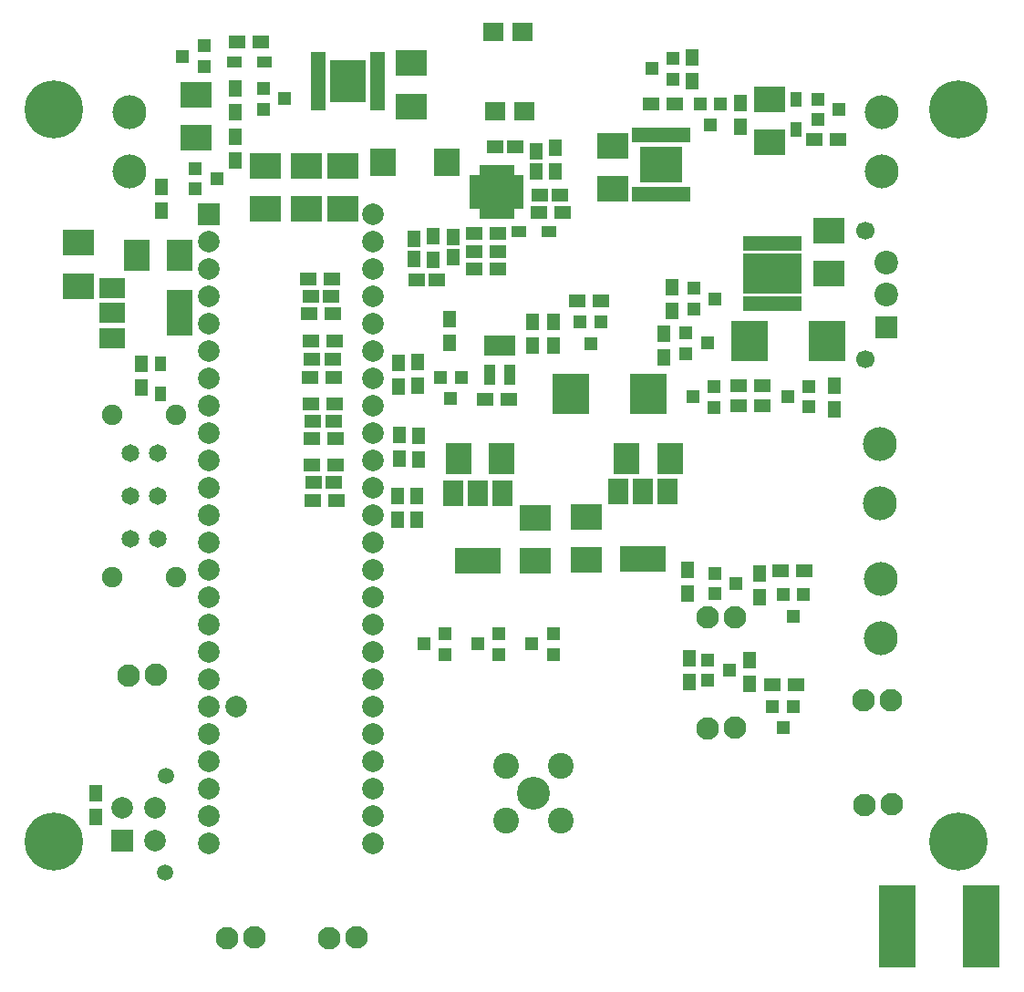
<source format=gbr>
G04 #@! TF.GenerationSoftware,KiCad,Pcbnew,(2017-07-31 revision 67ae5935d)-makepkg*
G04 #@! TF.CreationDate,2018-05-29T16:44:51-04:00*
G04 #@! TF.ProjectId,MainboardRev1,4D61696E626F617264526576312E6B69,rev?*
G04 #@! TF.SameCoordinates,Original*
G04 #@! TF.FileFunction,Soldermask,Bot*
G04 #@! TF.FilePolarity,Negative*
%FSLAX46Y46*%
G04 Gerber Fmt 4.6, Leading zero omitted, Abs format (unit mm)*
G04 Created by KiCad (PCBNEW (2017-07-31 revision 67ae5935d)-makepkg) date 05/29/18 16:44:51*
%MOMM*%
%LPD*%
G01*
G04 APERTURE LIST*
%ADD10R,1.000000X1.400000*%
%ADD11R,1.450000X0.850000*%
%ADD12R,1.870000X1.295000*%
%ADD13R,2.900000X2.400000*%
%ADD14R,1.150000X1.600000*%
%ADD15R,1.600000X1.150000*%
%ADD16R,1.400000X1.000000*%
%ADD17R,3.400000X3.700000*%
%ADD18C,3.150000*%
%ADD19C,1.700000*%
%ADD20R,2.000000X2.000000*%
%ADD21C,2.200000*%
%ADD22C,1.500000*%
%ADD23C,2.000000*%
%ADD24R,2.400000X2.600000*%
%ADD25R,1.300000X1.200000*%
%ADD26R,1.200000X1.300000*%
%ADD27R,1.600000X1.300000*%
%ADD28R,1.300000X1.600000*%
%ADD29R,1.900000X1.700000*%
%ADD30R,1.050000X1.960000*%
%ADD31R,0.700000X1.150000*%
%ADD32R,1.150000X0.700000*%
%ADD33R,2.850000X2.850000*%
%ADD34R,3.400000X2.650000*%
%ADD35R,0.850000X1.450000*%
%ADD36R,1.295000X1.870000*%
%ADD37R,5.400000X3.800000*%
%ADD38C,5.400000*%
%ADD39R,2.400000X2.900000*%
%ADD40R,4.200000X2.400000*%
%ADD41R,1.900000X2.400000*%
%ADD42R,2.400000X4.200000*%
%ADD43R,2.400000X1.900000*%
%ADD44C,1.650000*%
%ADD45C,1.900000*%
%ADD46C,2.100000*%
%ADD47C,3.050000*%
%ADD48C,2.400000*%
G04 APERTURE END LIST*
D10*
X63930000Y-85590000D03*
X63930000Y-88390000D03*
D11*
X78565000Y-61655000D03*
X78565000Y-61005000D03*
X78565000Y-60355000D03*
X78565000Y-59705000D03*
X78565000Y-59055000D03*
X78565000Y-58405000D03*
X78565000Y-57755000D03*
X78565000Y-57105000D03*
X84115000Y-57105000D03*
X84115000Y-57755000D03*
X84115000Y-58405000D03*
X84115000Y-59055000D03*
X84115000Y-59705000D03*
X84115000Y-60355000D03*
X84115000Y-61005000D03*
X84115000Y-61655000D03*
D12*
X82075000Y-58037500D03*
X82075000Y-58932500D03*
X82075000Y-59827500D03*
X82075000Y-60722500D03*
X80605000Y-58037500D03*
X80605000Y-58932500D03*
X80605000Y-59827500D03*
X80605000Y-60722500D03*
D13*
X67250000Y-60640000D03*
X67250000Y-64640000D03*
X120510000Y-61020000D03*
X120510000Y-65020000D03*
D14*
X91150000Y-73800000D03*
X91150000Y-75700000D03*
X98820000Y-65880000D03*
X98820000Y-67780000D03*
D15*
X96880000Y-65430000D03*
X94980000Y-65430000D03*
D14*
X87480000Y-73985000D03*
X87480000Y-75885000D03*
D15*
X89625000Y-77850000D03*
X87725000Y-77850000D03*
D13*
X77500000Y-67250000D03*
X77500000Y-71250000D03*
D15*
X78160000Y-96640000D03*
X80060000Y-96640000D03*
X78010000Y-85190000D03*
X79910000Y-85190000D03*
X78090000Y-90930000D03*
X79990000Y-90930000D03*
X77870000Y-79340000D03*
X79770000Y-79340000D03*
D16*
X70830000Y-57600000D03*
X73630000Y-57600000D03*
D10*
X122940000Y-61040000D03*
X122940000Y-63840000D03*
D16*
X100000000Y-73340000D03*
X97200000Y-73340000D03*
D17*
X102060000Y-88430000D03*
X109260000Y-88430000D03*
X118660000Y-83460000D03*
X125860000Y-83460000D03*
D18*
X61100000Y-67750000D03*
X61100000Y-62250000D03*
X130900000Y-67750000D03*
X130900000Y-62250000D03*
D19*
X129410000Y-85200000D03*
D20*
X131370000Y-82200000D03*
D21*
X131370000Y-79200000D03*
D19*
X129410000Y-73200000D03*
D21*
X131370000Y-76200000D03*
D18*
X130730000Y-98560000D03*
X130730000Y-93060000D03*
X130830000Y-111070000D03*
X130830000Y-105570000D03*
D22*
X64410000Y-123870000D03*
D20*
X60410000Y-129870000D03*
D23*
X60410000Y-126870000D03*
X63410000Y-129870000D03*
X63410000Y-126870000D03*
D22*
X64350000Y-132870000D03*
D24*
X90490000Y-66860000D03*
X84590000Y-66860000D03*
D25*
X67970000Y-56080000D03*
X67970000Y-57980000D03*
X65970000Y-57030000D03*
X124940000Y-62940000D03*
X124940000Y-61040000D03*
X126940000Y-61990000D03*
X73490000Y-61940000D03*
X73490000Y-60040000D03*
X75490000Y-60990000D03*
D26*
X114060000Y-61460000D03*
X115960000Y-61460000D03*
X115010000Y-63460000D03*
D25*
X67193200Y-69379000D03*
X67193200Y-67479000D03*
X69193200Y-68429000D03*
X111550000Y-57250000D03*
X111550000Y-59150000D03*
X109550000Y-58200000D03*
D26*
X89940000Y-86860000D03*
X91840000Y-86860000D03*
X90890000Y-88860000D03*
X102910000Y-81720000D03*
X104810000Y-81720000D03*
X103860000Y-83720000D03*
D25*
X115350000Y-87730000D03*
X115350000Y-89630000D03*
X113350000Y-88680000D03*
X124150000Y-87720000D03*
X124150000Y-89620000D03*
X122150000Y-88670000D03*
X95390000Y-110680000D03*
X95390000Y-112580000D03*
X93390000Y-111630000D03*
X90390000Y-110680000D03*
X90390000Y-112580000D03*
X88390000Y-111630000D03*
X100390000Y-110680000D03*
X100390000Y-112580000D03*
X98390000Y-111630000D03*
X113440000Y-80500000D03*
X113440000Y-78600000D03*
X115440000Y-79550000D03*
X112740000Y-84630000D03*
X112740000Y-82730000D03*
X114740000Y-83680000D03*
D27*
X71090000Y-55700000D03*
X73290000Y-55700000D03*
X124630000Y-64760000D03*
X126830000Y-64760000D03*
D28*
X98510000Y-81720000D03*
X98510000Y-83920000D03*
X100440000Y-83880000D03*
X100440000Y-81680000D03*
X100600000Y-67750000D03*
X100600000Y-65550000D03*
X70860000Y-60030000D03*
X70860000Y-62230000D03*
D27*
X99090000Y-71530000D03*
X101290000Y-71530000D03*
D28*
X117800000Y-61380000D03*
X117800000Y-63580000D03*
X90780000Y-81420000D03*
X90780000Y-83620000D03*
X70860000Y-64560400D03*
X70860000Y-66760400D03*
D27*
X111720000Y-61460000D03*
X109520000Y-61460000D03*
D28*
X64010000Y-71390000D03*
X64010000Y-69190000D03*
X113320000Y-57120000D03*
X113320000Y-59320000D03*
D27*
X96290000Y-88910000D03*
X94090000Y-88910000D03*
D28*
X89280000Y-75975000D03*
X89280000Y-73775000D03*
D27*
X104870000Y-79800000D03*
X102670000Y-79800000D03*
X93100000Y-73535000D03*
X95300000Y-73535000D03*
X95300000Y-75175000D03*
X93100000Y-75175000D03*
X93100000Y-76800000D03*
X95300000Y-76800000D03*
X119810000Y-89530000D03*
X117610000Y-89530000D03*
X117650000Y-87620000D03*
X119850000Y-87620000D03*
D28*
X126510000Y-87630000D03*
X126510000Y-89830000D03*
D29*
X97523080Y-54814600D03*
X94823080Y-54814600D03*
X97720000Y-62140000D03*
X95020000Y-62140000D03*
D28*
X62180000Y-85620000D03*
X62180000Y-87820000D03*
X111460000Y-78450000D03*
X111460000Y-80650000D03*
X110660000Y-85040000D03*
X110660000Y-82840000D03*
X85970000Y-100060000D03*
X85970000Y-97860000D03*
X87730000Y-97840000D03*
X87730000Y-100040000D03*
X86150000Y-92240000D03*
X86150000Y-94440000D03*
X87870000Y-94470000D03*
X87870000Y-92270000D03*
X86030000Y-85500000D03*
X86030000Y-87700000D03*
X87820000Y-87640000D03*
X87820000Y-85440000D03*
X57910000Y-127710000D03*
X57910000Y-125510000D03*
D27*
X80250000Y-98330000D03*
X78050000Y-98330000D03*
X80040000Y-86860000D03*
X77840000Y-86860000D03*
X80210000Y-94960000D03*
X78010000Y-94960000D03*
X80080000Y-83520000D03*
X77880000Y-83520000D03*
X80170000Y-92520000D03*
X77970000Y-92520000D03*
X79940000Y-80940000D03*
X77740000Y-80940000D03*
D30*
X94500000Y-83890000D03*
X95450000Y-83890000D03*
X96400000Y-83890000D03*
X96400000Y-86590000D03*
X94500000Y-86590000D03*
D31*
X96420000Y-71550000D03*
X95920000Y-71550000D03*
X95420000Y-71550000D03*
X94920000Y-71550000D03*
X94420000Y-71550000D03*
X93920000Y-71550000D03*
D32*
X93270000Y-70900000D03*
X93270000Y-70400000D03*
X93270000Y-69900000D03*
X93270000Y-69400000D03*
X93270000Y-68900000D03*
X93270000Y-68400000D03*
D31*
X93920000Y-67750000D03*
X94420000Y-67750000D03*
X94920000Y-67750000D03*
X95420000Y-67750000D03*
X95920000Y-67750000D03*
X96420000Y-67750000D03*
D32*
X97070000Y-68400000D03*
X97070000Y-68900000D03*
X97070000Y-69400000D03*
X97070000Y-69900000D03*
X97070000Y-70400000D03*
X97070000Y-70900000D03*
D33*
X95170000Y-69650000D03*
D23*
X68460000Y-112350000D03*
X68460000Y-114890000D03*
X68460000Y-117430000D03*
X68460000Y-119970000D03*
X68460000Y-109810000D03*
X68460000Y-107270000D03*
X68460000Y-104730000D03*
X68460000Y-122510000D03*
X68460000Y-125050000D03*
X68460000Y-127590000D03*
X68460000Y-130130000D03*
X71000000Y-117430000D03*
X83700000Y-130130000D03*
X83700000Y-127590000D03*
X83700000Y-125050000D03*
X83700000Y-122510000D03*
X83700000Y-119970000D03*
X83700000Y-117430000D03*
X83700000Y-114890000D03*
X83700000Y-112350000D03*
X68460000Y-102190000D03*
X68460000Y-99650000D03*
X68460000Y-97110000D03*
X68460000Y-94570000D03*
X68460000Y-92030000D03*
X68460000Y-89490000D03*
X68460000Y-86950000D03*
X68460000Y-84410000D03*
X68460000Y-81870000D03*
X68460000Y-79330000D03*
X68460000Y-76790000D03*
X68460000Y-74250000D03*
D20*
X68460000Y-71710000D03*
D23*
X83700000Y-109810000D03*
X83700000Y-107270000D03*
X83700000Y-104730000D03*
X83700000Y-102190000D03*
X83700000Y-99650000D03*
X83700000Y-97110000D03*
X83700000Y-94570000D03*
X83700000Y-92030000D03*
X83700000Y-89490000D03*
X83700000Y-86950000D03*
X83700000Y-84410000D03*
X83700000Y-81870000D03*
X83700000Y-79330000D03*
X83700000Y-76790000D03*
X83700000Y-74250000D03*
X83700000Y-71710000D03*
D34*
X140149200Y-135337680D03*
X140149200Y-137877680D03*
X140149200Y-140417680D03*
X132349200Y-140417680D03*
X132349200Y-137877680D03*
X132349200Y-135337680D03*
D35*
X112715000Y-69865000D03*
X112065000Y-69865000D03*
X111415000Y-69865000D03*
X110765000Y-69865000D03*
X110115000Y-69865000D03*
X109465000Y-69865000D03*
X108815000Y-69865000D03*
X108165000Y-69865000D03*
X108165000Y-64315000D03*
X108815000Y-64315000D03*
X109465000Y-64315000D03*
X110115000Y-64315000D03*
X110765000Y-64315000D03*
X111415000Y-64315000D03*
X112065000Y-64315000D03*
X112715000Y-64315000D03*
D36*
X109097500Y-66355000D03*
X109992500Y-66355000D03*
X110887500Y-66355000D03*
X111782500Y-66355000D03*
X109097500Y-67825000D03*
X109992500Y-67825000D03*
X110887500Y-67825000D03*
X111782500Y-67825000D03*
D35*
X118485000Y-74455000D03*
X119135000Y-74455000D03*
X119785000Y-74455000D03*
X120435000Y-74455000D03*
X121085000Y-74455000D03*
X121735000Y-74455000D03*
X122385000Y-74455000D03*
X123035000Y-74455000D03*
X123035000Y-80005000D03*
X122385000Y-80005000D03*
X121735000Y-80005000D03*
X121085000Y-80005000D03*
X120435000Y-80005000D03*
X119785000Y-80005000D03*
X119135000Y-80005000D03*
X118485000Y-80005000D03*
D37*
X120760000Y-77230000D03*
D38*
X54000000Y-62000000D03*
X138000000Y-62000000D03*
X54000000Y-130000000D03*
X138000000Y-130000000D03*
D13*
X73710000Y-67240000D03*
X73710000Y-71240000D03*
D39*
X111230200Y-94438600D03*
X107230200Y-94438600D03*
D13*
X98750000Y-103900000D03*
X98750000Y-99900000D03*
X103500000Y-103800000D03*
X103500000Y-99800000D03*
D40*
X93420000Y-103890000D03*
D41*
X93420000Y-97590000D03*
X95720000Y-97590000D03*
X91120000Y-97590000D03*
D40*
X108700000Y-103750000D03*
D41*
X108700000Y-97450000D03*
X111000000Y-97450000D03*
X106400000Y-97450000D03*
D42*
X65710000Y-80890000D03*
D43*
X59410000Y-80890000D03*
X59410000Y-78590000D03*
X59410000Y-83190000D03*
D44*
X63661400Y-93872680D03*
X63661400Y-97872680D03*
X63661400Y-101872680D03*
X61161400Y-93872680D03*
X61161400Y-97872680D03*
X61161400Y-101872680D03*
D45*
X65411400Y-90372680D03*
X59411400Y-90372680D03*
X65411400Y-105372680D03*
X59411400Y-105372680D03*
D39*
X65706800Y-75566400D03*
X61706800Y-75566400D03*
D13*
X126030000Y-77210000D03*
X126030000Y-73210000D03*
D46*
X82110000Y-138870000D03*
X79570000Y-138920000D03*
X129310000Y-126540000D03*
X131850000Y-126490000D03*
D27*
X80100000Y-89330000D03*
X77900000Y-89330000D03*
X79860000Y-77710000D03*
X77660000Y-77710000D03*
D25*
X115380000Y-106960000D03*
X115380000Y-105060000D03*
X117380000Y-106010000D03*
D47*
X98600000Y-125500000D03*
D48*
X101140000Y-122960000D03*
X96060000Y-122960000D03*
X96060000Y-128040000D03*
X101140000Y-128040000D03*
D46*
X129220000Y-116860000D03*
X131760000Y-116810000D03*
X72660000Y-138870000D03*
X70120000Y-138920000D03*
X117280000Y-119410000D03*
X114740000Y-119460000D03*
X117280000Y-109110000D03*
X114740000Y-109160000D03*
D26*
X120790000Y-117420000D03*
X122690000Y-117420000D03*
X121740000Y-119420000D03*
X121750000Y-107050000D03*
X123650000Y-107050000D03*
X122700000Y-109050000D03*
D25*
X114730000Y-114980000D03*
X114730000Y-113080000D03*
X116730000Y-114030000D03*
D27*
X122970000Y-115390000D03*
X120770000Y-115390000D03*
X123730000Y-104800000D03*
X121530000Y-104800000D03*
D28*
X118630000Y-115340000D03*
X118630000Y-113140000D03*
X119550000Y-105100000D03*
X119550000Y-107300000D03*
X113010000Y-112930000D03*
X113010000Y-115130000D03*
X112860000Y-104710000D03*
X112860000Y-106910000D03*
D13*
X80890000Y-67240000D03*
X80890000Y-71240000D03*
X87200000Y-57700000D03*
X87200000Y-61700000D03*
X105960000Y-65340000D03*
X105960000Y-69340000D03*
D39*
X95600000Y-94440000D03*
X91600000Y-94440000D03*
D13*
X56340800Y-78366500D03*
X56340800Y-74366500D03*
D46*
X63490000Y-114490000D03*
X60950000Y-114540000D03*
D15*
X101030000Y-69980000D03*
X99130000Y-69980000D03*
M02*

</source>
